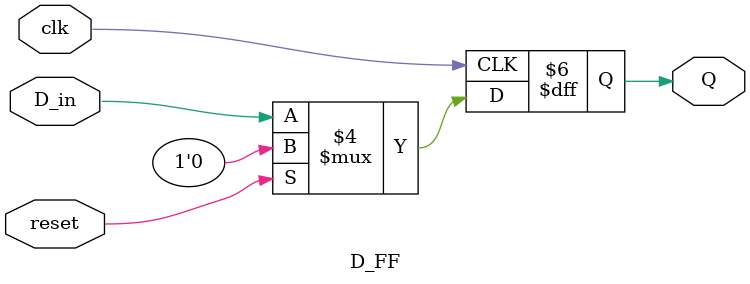
<source format=v>
module D_FF(
input D_in,input clk,input reset,
output reg Q);
  
  always @(posedge clk) begin
    if(!reset)
     Q <= D_in;
    else
      Q <= 1'b0;
    
  end

endmodule

</source>
